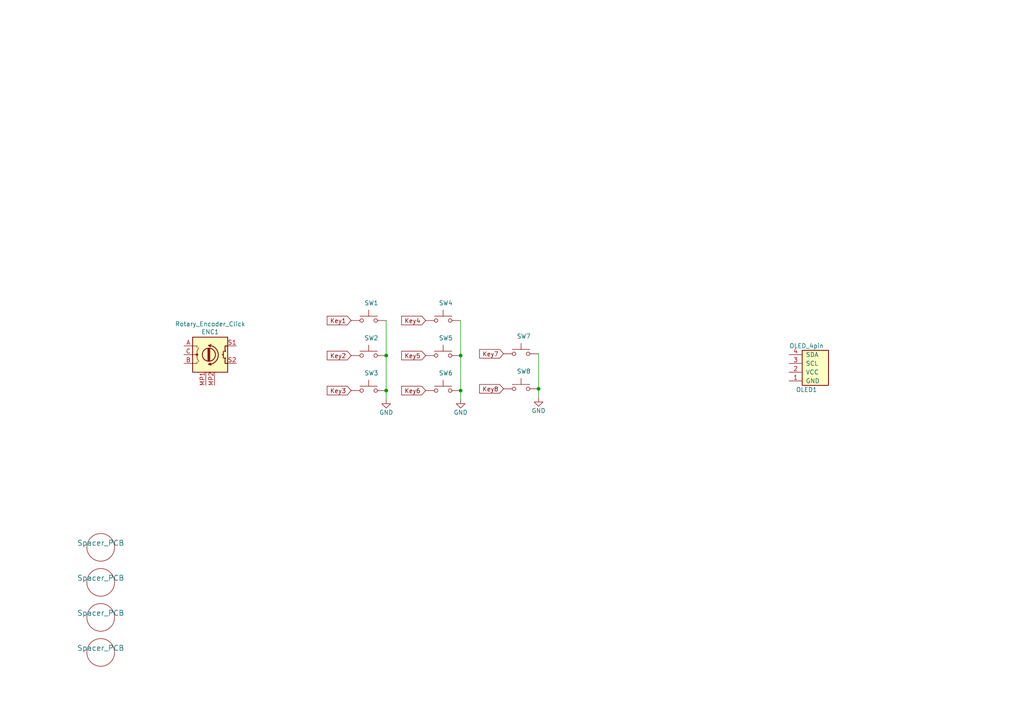
<source format=kicad_sch>
(kicad_sch (version 20211123) (generator eeschema)
  (paper "A4")
  (title_block (title "Little Big Scroll 8 - Front") (date "2023-04-05") (rev "v1.0.0") (company "Tweety's Wild Thinking") (comment 1 "Markus Knutsson <markus.knutsson@tweety.se>") (comment 2 "https://github.com/TweetyDaBird") (comment 3 "Licensed under Creative Commons BY-SA 4.0 International"))
  (lib_symbols
    (symbol "Keyboard Common:OLED_4pin" (pin_names (offset 1.016))
      (property "Reference" "OLED" (at 0 5.08 0))
      (property "Value" "OLED_4pin" (at 0 -7.62 0))
      (symbol "OLED_4pin_1_1"
        (rectangle (start -1.27 3.81) (end 6.35 -6.35) (stroke (width 0.254)) (fill (type background)))
        (pin passive line (at -5.08 2.54 0) (length 3.81) (name "GND") (number "1"))
        (pin passive line (at -5.08 0 0) (length 3.81) (name "VCC") (number "2"))
        (pin passive line (at -5.08 -2.54 0) (length 3.81) (name "SCL") (number "3"))
        (pin passive line (at -5.08 -5.08 0) (length 3.81) (name "SDA") (number "4"))
      )
    )
    (symbol "Keyboard Switches:Rotary_Encoder_Click" (pin_names (offset 0.254) hide)
      (property "Reference" "ENC" (at 0 6.604 0))
      (property "Value" "Rotary_Encoder_Click" (at 0 8.89 0))
      (symbol "Rotary_Encoder_Click_0_1"
        (rectangle (start -5.08 5.08) (end 5.08 -5.08) (stroke (width 0.254)) (fill (type background)))
        (circle (center -3.81 0) (radius 0.254) (fill (type outline)))
        (arc (start -0.381 -2.794) (mid 2.3622 -0.0508) (end -0.381 2.667) (stroke (width 0.254)))
        (circle (center -0.381 0) (radius 1.905) (stroke (width 0.254)))
        (polyline (pts (xy -0.635 -1.778) (xy -0.635 1.778)) (stroke (width 0.254)))
        (polyline (pts (xy -0.381 -1.778) (xy -0.381 1.778)) (stroke (width 0.254)))
        (polyline (pts (xy -0.127 1.778) (xy -0.127 -1.778)) (stroke (width 0.254)))
        (polyline (pts (xy 3.81 0) (xy 3.429 0)) (stroke (width 0.254)))
        (polyline (pts (xy 3.81 1.016) (xy 3.81 -1.016)) (stroke (width 0.254)))
        (polyline (pts (xy -5.08 -2.54) (xy -3.81 -2.54) (xy -3.81 -2.032)))
        (polyline (pts (xy -5.08 2.54) (xy -3.81 2.54) (xy -3.81 2.032)))
        (polyline (pts (xy 0.254 -3.048) (xy -0.508 -2.794) (xy 0.127 -2.413)) (stroke (width 0.254)))
        (polyline (pts (xy 0.254 2.921) (xy -0.508 2.667) (xy 0.127 2.286)) (stroke (width 0.254)))
        (polyline (pts (xy 5.08 -2.54) (xy 4.318 -2.54) (xy 4.318 -1.016)) (stroke (width 0.254)))
        (polyline (pts (xy 5.08 2.54) (xy 4.318 2.54) (xy 4.318 1.016)) (stroke (width 0.254)))
        (polyline (pts (xy -5.08 0) (xy -3.81 0) (xy -3.81 -1.016) (xy -3.302 -2.032)))
        (polyline (pts (xy -4.318 0) (xy -3.81 0) (xy -3.81 1.016) (xy -3.302 2.032)))
        (circle (center 4.318 -1.016) (radius 0.127) (stroke (width 0.254)))
        (circle (center 4.318 1.016) (radius 0.127) (stroke (width 0.254)))
      )
      (symbol "Rotary_Encoder_Click_1_1"
        (pin passive line (at -7.62 2.54 0) (length 2.54) (name "A") (number "A"))
        (pin passive line (at -7.62 -2.54 0) (length 2.54) (name "B") (number "B"))
        (pin passive line (at -7.62 0 0) (length 2.54) (name "C") (number "C"))
        (pin power_in line (at -1.27 -8.89 90) (length 3.7084) (name "GND") (number "MP1"))
        (pin power_in line (at 1.27 -8.89 90) (length 3.7592) (name "GND") (number "MP2"))
        (pin passive line (at 7.62 2.54 180) (length 2.54) (name "S1") (number "S1"))
        (pin passive line (at 7.62 -2.54 180) (length 2.54) (name "S2") (number "S2"))
      )
    )
    (symbol "Keyboard Switches:SW_MX_HotSwap" (pin_numbers hide) (pin_names (offset 1.016) hide)
      (property "Reference" "SW" (at -1.27 5.08 0))
      (symbol "SW_MX_HotSwap_0_1"
        (circle (center -2.032 0) (radius 0.508))
        (polyline (pts (xy 0 1.27) (xy 0 3.048)))
        (polyline (pts (xy 2.54 1.27) (xy -2.54 1.27)))
        (circle (center 2.032 0) (radius 0.508))
        (pin passive line (at -5.08 0 0) (length 2.54) (name "1") (number "1"))
        (pin passive line (at 5.08 0 180) (length 2.54) (name "2") (number "2"))
      )
    )
    (symbol "Keyboard_Plate:Spacer_PCB" (pin_names (offset 1.016))
      (property "Value" "Spacer_PCB" (at 0 1.27 0))
      (symbol "Spacer_PCB_0_1"
        (circle (center 0 0) (radius 4.0132))
      )
    )
    (symbol "SW_MX_HotSwap_1" (pin_numbers hide) (pin_names (offset 1.016) hide)
      (property "Reference" "SW" (at -1.27 5.08 0))
      (symbol "SW_MX_HotSwap_1_0_1"
        (circle (center -2.032 0) (radius 0.508))
        (polyline (pts (xy 0 1.27) (xy 0 3.048)))
        (polyline (pts (xy 2.54 1.27) (xy -2.54 1.27)))
        (circle (center 2.032 0) (radius 0.508))
        (pin passive line (at -5.08 0 0) (length 2.54) (name "1") (number "1"))
        (pin passive line (at 5.08 0 180) (length 2.54) (name "2") (number "2"))
      )
    )
    (symbol "SW_MX_HotSwap_2" (pin_numbers hide) (pin_names (offset 1.016) hide)
      (property "Reference" "SW" (at -1.27 5.08 0))
      (symbol "SW_MX_HotSwap_2_0_1"
        (circle (center -2.032 0) (radius 0.508))
        (polyline (pts (xy 0 1.27) (xy 0 3.048)))
        (polyline (pts (xy 2.54 1.27) (xy -2.54 1.27)))
        (circle (center 2.032 0) (radius 0.508))
        (pin passive line (at -5.08 0 0) (length 2.54) (name "1") (number "1"))
        (pin passive line (at 5.08 0 180) (length 2.54) (name "2") (number "2"))
      )
    )
    (symbol "SW_MX_HotSwap_3" (pin_numbers hide) (pin_names (offset 1.016) hide)
      (property "Reference" "SW" (at -1.27 5.08 0))
      (symbol "SW_MX_HotSwap_3_0_1"
        (circle (center -2.032 0) (radius 0.508))
        (polyline (pts (xy 0 1.27) (xy 0 3.048)))
        (polyline (pts (xy 2.54 1.27) (xy -2.54 1.27)))
        (circle (center 2.032 0) (radius 0.508))
        (pin passive line (at -5.08 0 0) (length 2.54) (name "1") (number "1"))
        (pin passive line (at 5.08 0 180) (length 2.54) (name "2") (number "2"))
      )
    )
    (symbol "SW_MX_HotSwap_4" (pin_numbers hide) (pin_names (offset 1.016) hide)
      (property "Reference" "SW" (at -1.27 5.08 0))
      (symbol "SW_MX_HotSwap_4_0_1"
        (circle (center -2.032 0) (radius 0.508))
        (polyline (pts (xy 0 1.27) (xy 0 3.048)))
        (polyline (pts (xy 2.54 1.27) (xy -2.54 1.27)))
        (circle (center 2.032 0) (radius 0.508))
        (pin passive line (at -5.08 0 0) (length 2.54) (name "1") (number "1"))
        (pin passive line (at 5.08 0 180) (length 2.54) (name "2") (number "2"))
      )
    )
    (symbol "SW_MX_HotSwap_5" (pin_numbers hide) (pin_names (offset 1.016) hide)
      (property "Reference" "SW" (at -1.27 5.08 0))
      (symbol "SW_MX_HotSwap_5_0_1"
        (circle (center -2.032 0) (radius 0.508))
        (polyline (pts (xy 0 1.27) (xy 0 3.048)))
        (polyline (pts (xy 2.54 1.27) (xy -2.54 1.27)))
        (circle (center 2.032 0) (radius 0.508))
        (pin passive line (at -5.08 0 0) (length 2.54) (name "1") (number "1"))
        (pin passive line (at 5.08 0 180) (length 2.54) (name "2") (number "2"))
      )
    )
    (symbol "SW_MX_HotSwap_6" (pin_numbers hide) (pin_names (offset 1.016) hide)
      (property "Reference" "SW" (at -1.27 5.08 0))
      (symbol "SW_MX_HotSwap_6_0_1"
        (circle (center -2.032 0) (radius 0.508))
        (polyline (pts (xy 0 1.27) (xy 0 3.048)))
        (polyline (pts (xy 2.54 1.27) (xy -2.54 1.27)))
        (circle (center 2.032 0) (radius 0.508))
        (pin passive line (at -5.08 0 0) (length 2.54) (name "1") (number "1"))
        (pin passive line (at 5.08 0 180) (length 2.54) (name "2") (number "2"))
      )
    )
    (symbol "SW_MX_HotSwap_7" (pin_numbers hide) (pin_names (offset 1.016) hide)
      (property "Reference" "SW" (at -1.27 5.08 0))
      (symbol "SW_MX_HotSwap_7_0_1"
        (circle (center -2.032 0) (radius 0.508))
        (polyline (pts (xy 0 1.27) (xy 0 3.048)))
        (polyline (pts (xy 2.54 1.27) (xy -2.54 1.27)))
        (circle (center 2.032 0) (radius 0.508))
        (pin passive line (at -5.08 0 0) (length 2.54) (name "1") (number "1"))
        (pin passive line (at 5.08 0 180) (length 2.54) (name "2") (number "2"))
      )
    )
    (symbol "Spacer_PCB_1" (pin_names (offset 1.016))
      (property "Value" "Spacer_PCB_1" (at 0 1.27 0))
      (symbol "Spacer_PCB_1_0_1"
        (circle (center 0 0) (radius 4.0132))
      )
    )
    (symbol "Spacer_PCB_2" (pin_names (offset 1.016))
      (property "Value" "Spacer_PCB_2" (at 0 1.27 0))
      (symbol "Spacer_PCB_2_0_1"
        (circle (center 0 0) (radius 4.0132))
      )
    )
    (symbol "Spacer_PCB_3" (pin_names (offset 1.016))
      (property "Value" "Spacer_PCB_3" (at 0 1.27 0))
      (symbol "Spacer_PCB_3_0_1"
        (circle (center 0 0) (radius 4.0132))
      )
    )
    (symbol "power:GND" (power) (pin_names (offset 0))
      (property "Value" "GND" (at 0 -3.81 0))
      (symbol "GND_0_1"
        (polyline (pts (xy 0 0) (xy 0 -1.27) (xy 1.27 -1.27) (xy 0 -2.54) (xy -1.27 -1.27) (xy 0 -1.27)))
      )
      (symbol "GND_1_1"
        (pin power_in line (at 0 0 270) (length 0) hide (name "GND") (number "1"))
      )
    )
  )
  (junction (at 156.21 112.776))
  (junction (at 112.014 113.284))
  (junction (at 133.604 113.284))
  (junction (at 133.604 103.124))
  (junction (at 112.014 103.124))
  (wire (pts (xy 133.604 92.964) (xy 133.604 103.124)))
  (wire (pts (xy 112.014 92.964) (xy 112.014 103.124)))
  (wire (pts (xy 112.014 103.124) (xy 112.014 113.284)))
  (wire (pts (xy 156.21 102.616) (xy 156.21 112.776)))
  (wire (pts (xy 133.604 103.124) (xy 133.604 113.284)))
  (wire (pts (xy 156.21 112.776) (xy 156.21 115.316)))
  (wire (pts (xy 133.604 113.284) (xy 133.604 115.824)))
  (wire (pts (xy 112.014 113.284) (xy 112.014 115.824)))
  (global_label "Key3" (shape input) (at 101.854 113.284 180) (property "Intersheet References" "${INTERSHEET_REFS}" (effects hide)))
  (global_label "Key6" (shape input) (at 123.444 113.284 180) (property "Intersheet References" "${INTERSHEET_REFS}" (effects hide)))
  (global_label "Key1" (shape input) (at 101.854 92.964 180) (property "Intersheet References" "${INTERSHEET_REFS}" (effects hide)))
  (global_label "Key2" (shape input) (at 101.854 103.124 180) (property "Intersheet References" "${INTERSHEET_REFS}" (effects hide)))
  (global_label "Key8" (shape input) (at 146.05 112.776 180) (property "Intersheet References" "${INTERSHEET_REFS}" (effects hide)))
  (global_label "Key4" (shape input) (at 123.444 92.964 180) (property "Intersheet References" "${INTERSHEET_REFS}" (effects hide)))
  (global_label "Key5" (shape input) (at 123.444 103.124 180) (property "Intersheet References" "${INTERSHEET_REFS}" (effects hide)))
  (global_label "Key7" (shape input) (at 146.05 102.616 180) (property "Intersheet References" "${INTERSHEET_REFS}" (effects hide)))
  (symbol (lib_id "Keyboard Switches:Rotary_Encoder_Click") (at 60.96 102.87 0) (unit 1)
    (property "Reference" "ENC1" (at 60.96 96.266 0))
    (property "Value" "Rotary_Encoder_Click" (at 60.96 93.98 0))
    (property "Footprint" "Keyboard Encoders:Encoder_Plate_Placeholder_nodrill" (effects hide))
  )
  (symbol (lib_name "Spacer_PCB_2") (lib_id "Keyboard_Plate:Spacer_PCB") (at 29.21 189.23 0) (unit 1)
    (property "Reference" "H4" (effects hide))
    (property "Value" "Spacer_PCB" (at 29.21 187.96 0) (effects (font (size 1.524 1.524))))
    (property "Footprint" "Keyboard_Plate:Spacer Plate hole" (effects hide))
  )
  (symbol (lib_name "Spacer_PCB_3") (lib_id "Keyboard_Plate:Spacer_PCB") (at 29.21 168.91 0) (unit 1)
    (property "Reference" "H2" (effects hide))
    (property "Value" "Spacer_PCB" (at 29.21 167.64 0) (effects (font (size 1.524 1.524))))
    (property "Footprint" "Keyboard_Plate:Spacer Plate hole" (effects hide))
  )
  (symbol (lib_id "Keyboard_Plate:Spacer_PCB") (at 29.21 158.75 0) (unit 1)
    (property "Reference" "H1" (effects hide))
    (property "Value" "Spacer_PCB" (at 29.21 157.48 0) (effects (font (size 1.524 1.524))))
    (property "Footprint" "Keyboard_Plate:Spacer Plate hole" (effects hide))
  )
  (symbol (lib_name "Spacer_PCB_1") (lib_id "Keyboard_Plate:Spacer_PCB") (at 29.21 179.07 0) (unit 1)
    (property "Reference" "H3" (effects hide))
    (property "Value" "Spacer_PCB" (at 29.21 177.8 0) (effects (font (size 1.524 1.524))))
    (property "Footprint" "Keyboard_Plate:Spacer Plate hole" (effects hide))
  )
  (symbol (lib_id "power:GND") (at 133.604 115.824 0) (unit 1)
    (property "Reference" "#PWR010" (effects hide))
    (property "Value" "GND" (at 133.604 119.634 0))
  )
  (symbol (lib_name "SW_MX_HotSwap_5") (lib_id "Keyboard Switches:SW_MX_HotSwap") (at 106.934 92.964 0) (unit 1)
    (property "Reference" "SW1" (at 105.664 87.884 0) (effects (justify left)))
    (property "Value" "SW_MX_HotSwap" (effects hide))
    (property "Footprint" "Keyboard_Plate:SW_MX_Plate_Placeholder_nodrill_NOBORDER" (effects hide))
  )
  (symbol (lib_name "SW_MX_HotSwap_1") (lib_id "Keyboard Switches:SW_MX_HotSwap") (at 106.934 113.284 0) (unit 1)
    (property "Reference" "SW3" (at 105.664 108.204 0) (effects (justify left)))
    (property "Value" "SW_MX_HotSwap" (effects hide))
    (property "Footprint" "Keyboard_Plate:SW_MX_Plate_Placeholder_nodrill_NOBORDER" (effects hide))
  )
  (symbol (lib_id "Keyboard Common:OLED_4pin") (at 233.934 107.95 0) (mirror x) (unit 1)
    (property "Reference" "OLED1" (at 233.934 113.03 0))
    (property "Value" "OLED_4pin" (at 233.934 100.33 0))
    (property "Footprint" "Keyboard_Plate:OLED Placeholder" (effects hide))
  )
  (symbol (lib_id "power:GND") (at 112.014 115.824 0) (unit 1)
    (property "Reference" "#PWR09" (effects hide))
    (property "Value" "GND" (at 112.014 119.634 0))
  )
  (symbol (lib_name "SW_MX_HotSwap_6") (lib_id "Keyboard Switches:SW_MX_HotSwap") (at 128.524 92.964 0) (unit 1)
    (property "Reference" "SW4" (at 127.254 87.884 0) (effects (justify left)))
    (property "Value" "SW_MX_HotSwap" (effects hide))
    (property "Footprint" "Keyboard_Plate:SW_MX_Plate_Placeholder_nodrill_NOBORDER" (effects hide))
  )
  (symbol (lib_name "SW_MX_HotSwap_2") (lib_id "Keyboard Switches:SW_MX_HotSwap") (at 106.934 103.124 0) (unit 1)
    (property "Reference" "SW2" (at 105.664 98.044 0) (effects (justify left)))
    (property "Value" "SW_MX_HotSwap" (effects hide))
    (property "Footprint" "Keyboard_Plate:SW_MX_Plate_Placeholder_nodrill_NOBORDER" (effects hide))
  )
  (symbol (lib_id "power:GND") (at 156.21 115.316 0) (unit 1)
    (property "Reference" "#PWR011" (effects hide))
    (property "Value" "GND" (at 156.21 119.126 0))
  )
  (symbol (lib_name "SW_MX_HotSwap_3") (lib_id "Keyboard Switches:SW_MX_HotSwap") (at 151.13 112.776 0) (unit 1)
    (property "Reference" "SW8" (at 149.86 107.696 0) (effects (justify left)))
    (property "Value" "SW_MX_HotSwap" (effects hide))
    (property "Footprint" "Keyboard_Plate:SW_MX_Plate_Placeholder_nodrill_NOBORDER" (effects hide))
  )
  (symbol (lib_name "SW_MX_HotSwap_4") (lib_id "Keyboard Switches:SW_MX_HotSwap") (at 151.13 102.616 0) (unit 1)
    (property "Reference" "SW7" (at 149.86 97.536 0) (effects (justify left)))
    (property "Value" "SW_MX_HotSwap" (effects hide))
    (property "Footprint" "Keyboard_Plate:SW_MX_Plate_Placeholder_nodrill_NOBORDER" (effects hide))
  )
  (symbol (lib_name "SW_MX_HotSwap_7") (lib_id "Keyboard Switches:SW_MX_HotSwap") (at 128.524 103.124 0) (unit 1)
    (property "Reference" "SW5" (at 127.254 98.044 0) (effects (justify left)))
    (property "Value" "SW_MX_HotSwap" (effects hide))
    (property "Footprint" "Keyboard_Plate:SW_MX_Plate_Placeholder_nodrill_NOBORDER" (effects hide))
  )
  (symbol (lib_id "Keyboard Switches:SW_MX_HotSwap") (at 128.524 113.284 0) (unit 1)
    (property "Reference" "SW6" (at 127.254 108.204 0) (effects (justify left)))
    (property "Value" "SW_MX_HotSwap" (effects hide))
    (property "Footprint" "Keyboard_Plate:SW_MX_Plate_Placeholder_nodrill_NOBORDER" (effects hide))
  )
)
</source>
